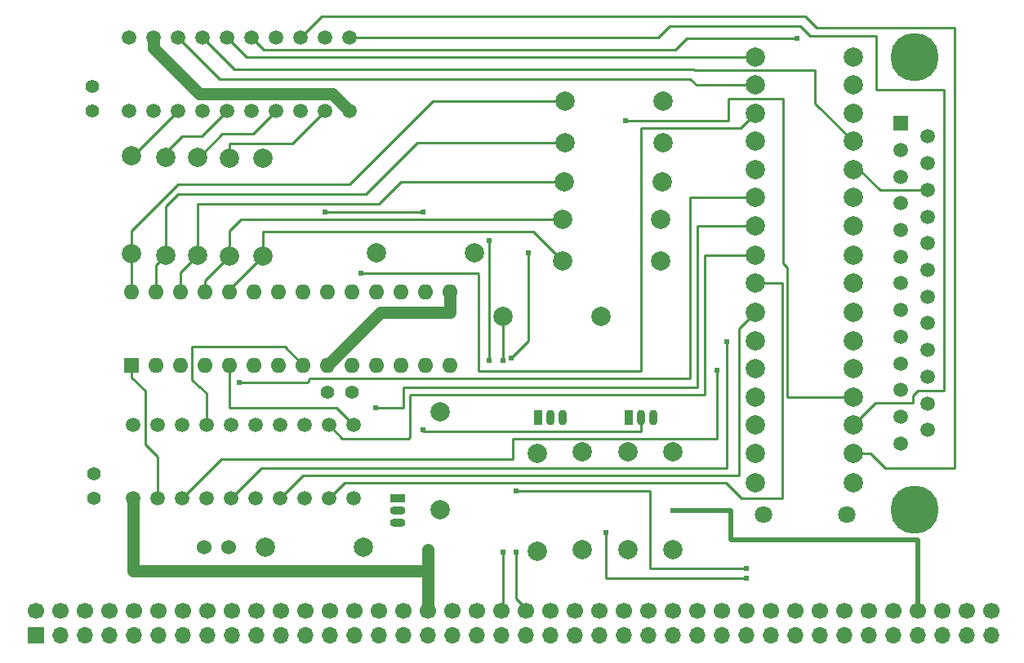
<source format=gtl>
G04 Layer: TopLayer*
G04 EasyEDA v6.5.39, 2024-11-06 13:04:30*
G04 028e3914a6f949ed9ca799ef75e4ed4f,10*
G04 Gerber Generator version 0.2*
G04 Scale: 100 percent, Rotated: No, Reflected: No *
G04 Dimensions in inches *
G04 leading zeros omitted , absolute positions ,3 integer and 6 decimal *
%FSLAX36Y36*%
%MOIN*%

%AMMACRO1*21,1,$1,$2,0,0,$3*%
%ADD10C,0.0100*%
%ADD11C,0.0200*%
%ADD12C,0.0500*%
%ADD13MACRO1,0.067X0.067X0.0000*%
%ADD14O,0.066929X0.066929*%
%ADD15C,0.0669*%
%ADD16C,0.0787*%
%ADD17O,0.06299199999999999X0.06299199999999999*%
%ADD18R,0.0630X0.0630*%
%ADD19C,0.0591*%
%ADD20C,0.1968*%
%ADD21R,0.0591X0.0591*%
%ADD22C,0.0709*%
%ADD23O,0.06299199999999999X0.035433*%
%ADD24R,0.0630X0.0354*%
%ADD25O,0.035433X0.06299199999999999*%
%ADD26R,0.0354X0.0630*%
%ADD27C,0.0550*%
%ADD28C,0.0600*%
%ADD29C,0.0244*%
%ADD30C,0.0142*%

%LPD*%
D10*
X2055000Y1205000D02*
G01*
X2125000Y1275000D01*
X2125000Y1635000D01*
X2115000Y170000D02*
G01*
X2115000Y180000D01*
X2075000Y220000D01*
X2075000Y410000D01*
X710000Y630000D02*
G01*
X870000Y790000D01*
X2060000Y790000D01*
X2060000Y875000D01*
X2895000Y875000D01*
X2895000Y1155000D01*
D11*
X2715000Y580000D02*
G01*
X2950000Y580000D01*
X2950000Y460000D01*
X3715000Y460000D01*
X3715000Y335000D01*
X3715000Y305000D01*
X3715000Y260000D01*
X3715000Y170000D01*
D12*
X1305000Y1175000D02*
G01*
X1520000Y1390000D01*
X1805000Y1390000D01*
X1805000Y1475000D01*
D10*
X795000Y2515000D02*
G01*
X925000Y2385000D01*
X2790000Y2385000D01*
X2810000Y2380000D01*
X3295000Y2380000D01*
X3295000Y2245000D01*
X3450000Y2090000D01*
D12*
X1395000Y2215000D02*
G01*
X1325000Y2285000D01*
X780000Y2285000D01*
X595000Y2470000D01*
X595000Y2515000D01*
D10*
X3015083Y345000D02*
G01*
X2620000Y345000D01*
X2620000Y660000D01*
X2075000Y660000D01*
X3015000Y305000D02*
G01*
X2440000Y305000D01*
X2440000Y490000D01*
X1395000Y2515000D02*
G01*
X2655000Y2515000D01*
X2700000Y2560000D01*
X3235000Y2560000D01*
X3275000Y2520000D01*
X3545000Y2520000D01*
X3545000Y2300000D01*
X3820000Y2300000D01*
X3820000Y1070000D01*
X3715000Y1070000D01*
X3695000Y1050000D01*
X3695000Y1020000D01*
X3540000Y1020000D01*
X3450000Y930000D01*
X1195000Y2515000D02*
G01*
X1280000Y2600000D01*
X3255000Y2600000D01*
X3300000Y2555000D01*
X3865000Y2555000D01*
X3865000Y755000D01*
X3580000Y755000D01*
X3520000Y815000D01*
X3450000Y815000D01*
X995000Y2515000D02*
G01*
X1045000Y2465000D01*
X2725000Y2465000D01*
X2770000Y2510000D01*
X3220000Y2510000D01*
X2520000Y2175000D02*
G01*
X2940000Y2175000D01*
X2940000Y2265000D01*
X3165000Y2265000D01*
X3165000Y1590000D01*
X3180000Y1575000D01*
X3180000Y1045000D01*
X3450000Y1045000D01*
X3050000Y2205000D02*
G01*
X2990000Y2145000D01*
X2585000Y2145000D01*
X2585000Y1150000D01*
X1920000Y1150000D01*
X1920000Y1545000D01*
X1440380Y1550000D02*
G01*
X1920000Y1550000D01*
X3050000Y1860000D02*
G01*
X2785000Y1860000D01*
X2785000Y1120000D01*
X1230000Y1120000D01*
X1225000Y1105000D01*
X1180000Y1105000D01*
X945000Y1105000D01*
X3050000Y1745000D02*
G01*
X2815000Y1745000D01*
X2815000Y1085000D01*
X1615000Y1085000D01*
X1615000Y1000000D01*
X1500000Y1000000D01*
X1310000Y930000D02*
G01*
X1365000Y875000D01*
X1635000Y875000D01*
X1640000Y880000D01*
X1640000Y1050000D01*
X1645000Y1055000D01*
X2845000Y1055000D01*
X2845000Y1625000D01*
X3050000Y1625000D01*
X910000Y630000D02*
G01*
X1035000Y755000D01*
X2935000Y755000D01*
X2935000Y1270000D01*
X1110000Y630000D02*
G01*
X1205000Y725000D01*
X2985000Y725000D01*
X2985000Y1325000D01*
X3050000Y1390000D01*
X1310000Y630000D02*
G01*
X1375000Y695000D01*
X2930000Y695000D01*
X2995000Y630000D01*
X3160000Y630000D01*
X3160000Y1510000D01*
X3050000Y1510000D01*
X895000Y2515000D02*
G01*
X975000Y2435000D01*
X3050000Y2435000D01*
X695000Y2515000D02*
G01*
X865000Y2345000D01*
X2785000Y2345000D01*
X2810000Y2320000D01*
X3050000Y2320000D01*
X3755883Y1891694D02*
G01*
X3754188Y1890000D01*
X3560000Y1890000D01*
X3475000Y1975000D01*
X3450000Y1975000D01*
D12*
X1715000Y420000D02*
G01*
X1715000Y335000D01*
D10*
X1695000Y1800000D02*
G01*
X1295000Y1800000D01*
X1965000Y1195000D02*
G01*
X1965000Y1685000D01*
X810000Y930000D02*
G01*
X810000Y1020000D01*
X810000Y1060000D01*
X750000Y1115000D01*
X750000Y1250000D01*
X1130000Y1250000D01*
X1205000Y1175000D01*
X1695000Y910000D02*
G01*
X1695000Y905000D01*
X2585000Y905000D01*
X2585000Y960000D01*
X905000Y1475000D02*
G01*
X905000Y1485000D01*
X1040000Y1620000D01*
X805000Y1475000D02*
G01*
X805000Y1520000D01*
X905000Y1620000D01*
X705000Y1475000D02*
G01*
X705000Y1555000D01*
X775000Y1625000D01*
X605000Y1475000D02*
G01*
X605000Y1585000D01*
X645000Y1625000D01*
X505000Y1475000D02*
G01*
X505000Y1630000D01*
X905000Y2020000D02*
G01*
X905000Y2080000D01*
X1160000Y2080000D01*
X1295000Y2215000D01*
X775000Y2025000D02*
G01*
X780000Y2025000D01*
X875000Y2120000D01*
X1000000Y2120000D01*
X1095000Y2215000D01*
X645000Y2025000D02*
G01*
X645000Y2045000D01*
X710000Y2110000D01*
X790000Y2110000D01*
X895000Y2215000D01*
X505000Y2030000D02*
G01*
X510000Y2030000D01*
X695000Y2215000D01*
X1410000Y930000D02*
G01*
X1340000Y1000000D01*
X905000Y1000000D01*
X905000Y1175000D01*
X610000Y630000D02*
G01*
X610000Y800000D01*
X560000Y850000D01*
X560000Y1070000D01*
X505000Y1125000D01*
X505000Y1175000D01*
X1040000Y1620000D02*
G01*
X1040000Y1720000D01*
X2145000Y1720000D01*
X2265000Y1600000D01*
X905000Y1620000D02*
G01*
X905000Y1725000D01*
X950000Y1770000D01*
X2265000Y1770000D01*
X775000Y1615000D02*
G01*
X775000Y1835000D01*
X1515000Y1835000D01*
X1605000Y1925000D01*
X2270000Y1925000D01*
X645000Y1625000D02*
G01*
X645000Y1825000D01*
X695000Y1875000D01*
X1460000Y1875000D01*
X1670000Y2085000D01*
X2275000Y2085000D01*
X505000Y1630000D02*
G01*
X505000Y1725000D01*
X695000Y1915000D01*
X1395000Y1915000D01*
X1735000Y2255000D01*
X2275000Y2255000D01*
D12*
X1715000Y170000D02*
G01*
X1715000Y335000D01*
X510000Y335000D01*
X510000Y630000D01*
D10*
X2020000Y1375000D02*
G01*
X2020000Y1195000D01*
X2020000Y410000D02*
G01*
X2020000Y175000D01*
X2015000Y170000D01*
D13*
G01*
X115000Y70000D03*
D14*
G01*
X215000Y70000D03*
G01*
X315000Y70000D03*
G01*
X415000Y70000D03*
G01*
X515000Y70000D03*
G01*
X615000Y70000D03*
G01*
X715000Y70000D03*
G01*
X815000Y70000D03*
G01*
X915000Y70000D03*
G01*
X1015000Y70000D03*
G01*
X1115000Y70000D03*
G01*
X1215000Y70000D03*
G01*
X1315000Y70000D03*
G01*
X1415000Y70000D03*
G01*
X1515000Y70000D03*
G01*
X1615000Y70000D03*
G01*
X1715000Y70000D03*
G01*
X1815000Y70000D03*
G01*
X1915000Y70000D03*
G01*
X2015000Y70000D03*
G01*
X2115000Y70000D03*
G01*
X2215000Y70000D03*
G01*
X2315000Y70000D03*
G01*
X2415000Y70000D03*
G01*
X2515000Y70000D03*
G01*
X2615000Y70000D03*
G01*
X2715000Y70000D03*
G01*
X2815000Y70000D03*
G01*
X2915000Y70000D03*
G01*
X3015000Y70000D03*
G01*
X3115000Y70000D03*
G01*
X3215000Y70000D03*
G01*
X3315000Y70000D03*
G01*
X3415000Y70000D03*
G01*
X3515000Y70000D03*
G01*
X3615000Y70000D03*
G01*
X3715000Y70000D03*
G01*
X3815000Y70000D03*
G01*
X3915000Y70000D03*
G01*
X4015000Y70000D03*
D15*
G01*
X115000Y170000D03*
G01*
X215000Y170000D03*
G01*
X315000Y170000D03*
G01*
X415000Y170000D03*
G01*
X515000Y170000D03*
G01*
X615000Y170000D03*
G01*
X715000Y170000D03*
G01*
X815000Y170000D03*
G01*
X915000Y170000D03*
G01*
X1015000Y170000D03*
G01*
X1115000Y170000D03*
G01*
X1215000Y170000D03*
G01*
X1315000Y170000D03*
G01*
X1415000Y170000D03*
G01*
X1515000Y170000D03*
G01*
X1615000Y170000D03*
G01*
X1715000Y170000D03*
G01*
X1815000Y170000D03*
G01*
X1915000Y170000D03*
G01*
X2015000Y170000D03*
G01*
X2115000Y170000D03*
G01*
X2215000Y170000D03*
G01*
X2315000Y170000D03*
G01*
X2415000Y170000D03*
G01*
X2515000Y170000D03*
G01*
X2615000Y170000D03*
G01*
X2715000Y170000D03*
G01*
X2815000Y170000D03*
G01*
X2915000Y170000D03*
G01*
X3015000Y170000D03*
G01*
X3115000Y170000D03*
G01*
X3215000Y170000D03*
G01*
X3315000Y170000D03*
G01*
X3415000Y170000D03*
G01*
X3515000Y170000D03*
G01*
X3615000Y170000D03*
G01*
X3715000Y170000D03*
G01*
X3815000Y170000D03*
G01*
X3915000Y170000D03*
G01*
X4015000Y170000D03*
D16*
G01*
X2420000Y1375000D03*
G01*
X2020000Y1375000D03*
D17*
G01*
X705000Y1475000D03*
G01*
X805000Y1475000D03*
G01*
X905000Y1475000D03*
G01*
X1005000Y1475000D03*
G01*
X1105000Y1475000D03*
G01*
X1205000Y1475000D03*
G01*
X1305000Y1475000D03*
G01*
X1305000Y1175000D03*
G01*
X605000Y1475000D03*
G01*
X505000Y1475000D03*
G01*
X1205000Y1175000D03*
G01*
X1105000Y1175000D03*
G01*
X1005000Y1175000D03*
G01*
X905000Y1175000D03*
G01*
X805000Y1175000D03*
G01*
X705000Y1175000D03*
G01*
X605000Y1175000D03*
D18*
G01*
X505000Y1175000D03*
D17*
G01*
X1405000Y1175000D03*
G01*
X1505000Y1175000D03*
G01*
X1605000Y1175000D03*
G01*
X1705000Y1175000D03*
G01*
X1805000Y1175000D03*
G01*
X1805000Y1475000D03*
G01*
X1705000Y1475000D03*
G01*
X1605000Y1475000D03*
G01*
X1505000Y1475000D03*
G01*
X1405000Y1475000D03*
D19*
G01*
X510000Y930000D03*
G01*
X610000Y930000D03*
G01*
X710000Y930000D03*
G01*
X810000Y930000D03*
G01*
X910000Y930000D03*
G01*
X1010000Y930000D03*
G01*
X1110000Y930000D03*
G01*
X1210000Y930000D03*
G01*
X1310000Y930000D03*
G01*
X1410000Y930000D03*
G01*
X1410000Y630000D03*
G01*
X1310000Y630000D03*
G01*
X1210000Y630000D03*
G01*
X1110000Y630000D03*
G01*
X810000Y630000D03*
G01*
X710000Y630000D03*
G01*
X1010000Y630000D03*
G01*
X910000Y630000D03*
G01*
X610000Y630000D03*
G01*
X510000Y630000D03*
D20*
G01*
X3699989Y584020D03*
G01*
X3699989Y2435979D03*
D19*
G01*
X3755889Y910199D03*
G01*
X3755889Y1019250D03*
G01*
X3755889Y1128310D03*
G01*
X3755889Y1237359D03*
G01*
X3755889Y1346419D03*
G01*
X3755889Y1455470D03*
G01*
X3755889Y1564529D03*
G01*
X3755889Y1673580D03*
G01*
X3755889Y1782640D03*
G01*
X3755889Y1891689D03*
G01*
X3755889Y2000749D03*
G01*
X3755889Y2109800D03*
G01*
X3644080Y855670D03*
G01*
X3644080Y964729D03*
G01*
X3644080Y1073780D03*
G01*
X3644080Y1182840D03*
G01*
X3644080Y1291889D03*
G01*
X3644080Y1400940D03*
G01*
X3644080Y1510000D03*
G01*
X3644080Y1619059D03*
G01*
X3644080Y1728110D03*
G01*
X3644080Y1837170D03*
G01*
X3644080Y1946219D03*
G01*
X3644080Y2055270D03*
D21*
G01*
X3644080Y2164330D03*
D22*
G01*
X3426260Y565000D03*
G01*
X3083739Y565000D03*
D19*
G01*
X495000Y2515000D03*
G01*
X595000Y2515000D03*
G01*
X695000Y2515000D03*
G01*
X795000Y2515000D03*
G01*
X895000Y2515000D03*
G01*
X995000Y2515000D03*
G01*
X1095000Y2515000D03*
G01*
X1195000Y2515000D03*
G01*
X1295000Y2515000D03*
G01*
X1395000Y2515000D03*
G01*
X1395000Y2215000D03*
G01*
X1295000Y2215000D03*
G01*
X1195000Y2215000D03*
G01*
X1095000Y2215000D03*
G01*
X795000Y2215000D03*
G01*
X695000Y2215000D03*
G01*
X995000Y2215000D03*
G01*
X895000Y2215000D03*
G01*
X595000Y2215000D03*
G01*
X495000Y2215000D03*
D23*
G01*
X1590000Y530000D03*
G01*
X1590000Y580000D03*
D24*
G01*
X1590000Y630000D03*
D25*
G01*
X2635000Y960000D03*
G01*
X2585000Y960000D03*
D26*
G01*
X2535000Y960000D03*
D25*
G01*
X2265000Y960000D03*
G01*
X2215000Y960000D03*
D26*
G01*
X2165000Y960000D03*
D16*
G01*
X3050000Y2205000D03*
G01*
X3450000Y2205000D03*
G01*
X3050000Y1860000D03*
G01*
X3450000Y1860000D03*
G01*
X3050000Y1745000D03*
G01*
X3450000Y1745000D03*
G01*
X3050000Y1625000D03*
G01*
X3450000Y1625000D03*
G01*
X3050000Y1510000D03*
G01*
X3450000Y1510000D03*
G01*
X3050000Y1390000D03*
G01*
X3450000Y1390000D03*
G01*
X3050000Y1275000D03*
G01*
X3450000Y1275000D03*
G01*
X3050000Y1160000D03*
G01*
X3450000Y1160000D03*
G01*
X3050000Y2320000D03*
G01*
X3450000Y2320000D03*
G01*
X3050000Y2435000D03*
G01*
X3450000Y2435000D03*
G01*
X3050000Y1975000D03*
G01*
X3450000Y1975000D03*
G01*
X1765000Y985000D03*
G01*
X1765000Y585000D03*
G01*
X1450000Y430000D03*
G01*
X1050000Y430000D03*
G01*
X3450000Y2090000D03*
G01*
X3050000Y2090000D03*
G01*
X3450000Y695000D03*
G01*
X3050000Y695000D03*
G01*
X3450000Y815000D03*
G01*
X3050000Y815000D03*
G01*
X3450000Y930000D03*
G01*
X3050000Y930000D03*
G01*
X3450000Y1045000D03*
G01*
X3050000Y1045000D03*
G01*
X1040000Y1620000D03*
G01*
X1040000Y2020000D03*
G01*
X905000Y1620000D03*
G01*
X905000Y2020000D03*
G01*
X775000Y1625000D03*
G01*
X775000Y2025000D03*
G01*
X645000Y1625000D03*
G01*
X645000Y2025000D03*
G01*
X505000Y1630000D03*
G01*
X505000Y2030000D03*
G01*
X2665000Y1600000D03*
G01*
X2265000Y1600000D03*
G01*
X2665000Y1770000D03*
G01*
X2265000Y1770000D03*
G01*
X2670000Y1925000D03*
G01*
X2270000Y1925000D03*
G01*
X2675000Y2085000D03*
G01*
X2275000Y2085000D03*
G01*
X2675000Y2255000D03*
G01*
X2275000Y2255000D03*
G01*
X1505000Y1635000D03*
G01*
X1905000Y1635000D03*
G01*
X2715000Y820000D03*
G01*
X2715000Y420000D03*
G01*
X2530000Y820000D03*
G01*
X2530000Y420000D03*
G01*
X2345000Y820000D03*
G01*
X2345000Y420000D03*
G01*
X2160000Y815000D03*
G01*
X2160000Y415000D03*
D27*
G01*
X1305000Y1065000D03*
G01*
X1405000Y1065000D03*
G01*
X350000Y730000D03*
G01*
X350000Y630000D03*
G01*
X345000Y2315000D03*
G01*
X345000Y2215000D03*
D28*
G01*
X800000Y430000D03*
G01*
X900000Y430000D03*
D29*
G01*
X1695000Y910010D03*
G01*
X1965000Y1195010D03*
G01*
X1965000Y1685010D03*
G01*
X1695000Y1800010D03*
G01*
X1295000Y1800010D03*
G01*
X1715000Y420010D03*
G01*
X2715000Y580010D03*
G01*
X2935000Y1270010D03*
G01*
X2895000Y1155010D03*
G01*
X1500000Y1000010D03*
G01*
X945000Y1105010D03*
G01*
X1440379Y1550010D03*
G01*
X2520000Y2175010D03*
G01*
X3220000Y2510010D03*
G01*
X3015000Y305010D03*
G01*
X3015079Y345010D03*
G01*
X2440000Y490010D03*
G01*
X2075000Y660010D03*
G01*
X2020000Y1195010D03*
G01*
X2020000Y410010D03*
G01*
X2075000Y410000D03*
G01*
X2055000Y1205000D03*
G01*
X2125000Y1635000D03*
M02*

</source>
